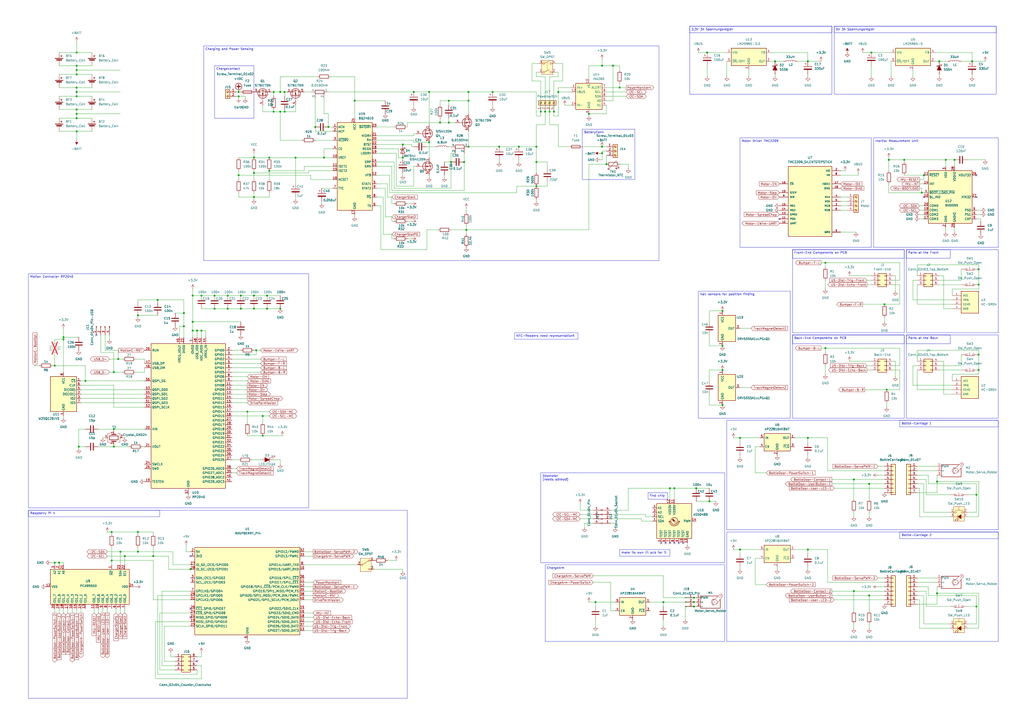
<source format=kicad_sch>
(kicad_sch
	(version 20231120)
	(generator "eeschema")
	(generator_version "8.0")
	(uuid "10e9ed1f-81fe-4a04-a219-cef72219a4ee")
	(paper "A2")
	
	(junction
		(at 429.26 318.77)
		(diameter 0)
		(color 0 0 0 0)
		(uuid "03268f60-248c-430f-9a48-def6cb6c976e")
	)
	(junction
		(at 148.59 203.2)
		(diameter 0)
		(color 0 0 0 0)
		(uuid "04234bed-4ba9-40ef-ac16-7d8ec800186b")
	)
	(junction
		(at 410.21 30.48)
		(diameter 0)
		(color 0 0 0 0)
		(uuid "06870aa4-4c9b-477d-9f05-4ca4de8f6a4d")
	)
	(junction
		(at 147.32 91.44)
		(diameter 0)
		(color 0 0 0 0)
		(uuid "078e93f4-ef9b-4a26-8fc8-7cb6440c9d83")
	)
	(junction
		(at 44.45 50.8)
		(diameter 0)
		(color 0 0 0 0)
		(uuid "083aae67-81c3-4ec2-bf4a-336ec22f72e9")
	)
	(junction
		(at 567.69 156.21)
		(diameter 0)
		(color 0 0 0 0)
		(uuid "0a9bdb1e-9b3a-41f4-835f-eeec191ae320")
	)
	(junction
		(at 138.43 53.34)
		(diameter 0)
		(color 0 0 0 0)
		(uuid "0c36acff-a6fa-4aad-8de9-5a58c137780b")
	)
	(junction
		(at 205.74 58.42)
		(diameter 0)
		(color 0 0 0 0)
		(uuid "0fa84823-55a1-466b-9cc3-bd54f6acb385")
	)
	(junction
		(at 271.78 58.42)
		(diameter 0)
		(color 0 0 0 0)
		(uuid "10394ed1-e91b-4a04-b451-45e5b47def1e")
	)
	(junction
		(at 514.35 226.06)
		(diameter 0)
		(color 0 0 0 0)
		(uuid "1164d9f6-d69f-4765-bfe4-5ec41bb5ffc7")
	)
	(junction
		(at 270.51 133.35)
		(diameter 0)
		(color 0 0 0 0)
		(uuid "1591bc0a-595e-4743-a95b-031ef01c08e6")
	)
	(junction
		(at 248.92 53.34)
		(diameter 0)
		(color 0 0 0 0)
		(uuid "17566795-db7d-438c-a62f-11fa896f09fe")
	)
	(junction
		(at 411.48 290.83)
		(diameter 0)
		(color 0 0 0 0)
		(uuid "1b8fa2c7-fa8e-4998-809b-20561d475fbb")
	)
	(junction
		(at 36.83 195.58)
		(diameter 0)
		(color 0 0 0 0)
		(uuid "21be0d6d-08dd-4c6b-8dde-b3409b7daccd")
	)
	(junction
		(at 91.44 173.99)
		(diameter 0)
		(color 0 0 0 0)
		(uuid "22a4d2dd-f848-4193-8541-955420f6e17d")
	)
	(junction
		(at 313.69 64.77)
		(diameter 0)
		(color 0 0 0 0)
		(uuid "230cd950-b70b-46ae-8da2-7c0fe82a6426")
	)
	(junction
		(at 44.45 68.58)
		(diameter 0)
		(color 0 0 0 0)
		(uuid "2421b6f1-9351-4b09-9d81-3293799c07ca")
	)
	(junction
		(at 543.56 279.4)
		(diameter 0)
		(color 0 0 0 0)
		(uuid "25fc08dd-dbcb-4986-8d99-a9d615e74609")
	)
	(junction
		(at 44.45 30.48)
		(diameter 0)
		(color 0 0 0 0)
		(uuid "265fbd34-c236-4afc-b472-ab5f7b1865f2")
	)
	(junction
		(at 64.77 325.12)
		(diameter 0)
		(color 0 0 0 0)
		(uuid "277e0764-7927-4216-849d-6bc3b8e09a44")
	)
	(junction
		(at 139.7 179.07)
		(diameter 0)
		(color 0 0 0 0)
		(uuid "29426718-41a1-4fab-a69c-de55200420f5")
	)
	(junction
		(at 44.45 43.18)
		(diameter 0)
		(color 0 0 0 0)
		(uuid "29b5096b-a417-4d8d-8959-38c8fd1009d5")
	)
	(junction
		(at 80.01 182.88)
		(diameter 0)
		(color 0 0 0 0)
		(uuid "2d0abeda-aac0-4388-a19d-3bc6f581aa05")
	)
	(junction
		(at 44.45 76.2)
		(diameter 0)
		(color 0 0 0 0)
		(uuid "2d1447b9-e1f8-416e-9e68-2f3a93be7887")
	)
	(junction
		(at 116.84 191.77)
		(diameter 0)
		(color 0 0 0 0)
		(uuid "2e7fad9a-09d7-4161-afc3-42855f89e07f")
	)
	(junction
		(at 187.96 91.44)
		(diameter 0)
		(color 0 0 0 0)
		(uuid "2fb5237e-5a20-44ce-8f36-963c438a2351")
	)
	(junction
		(at 147.32 179.07)
		(diameter 0)
		(color 0 0 0 0)
		(uuid "2fdf82e2-3891-4bd7-be3f-e7514a4bef5c")
	)
	(junction
		(at 311.15 85.09)
		(diameter 0)
		(color 0 0 0 0)
		(uuid "311f4d38-041f-4193-974d-1c83fbb67e88")
	)
	(junction
		(at 124.46 179.07)
		(diameter 0)
		(color 0 0 0 0)
		(uuid "39a70374-4daf-4db7-bf38-bf4c46ca5dc6")
	)
	(junction
		(at 124.46 171.45)
		(diameter 0)
		(color 0 0 0 0)
		(uuid "3c018187-1d9c-4d03-8c02-29d04cab6f36")
	)
	(junction
		(at 88.9 322.58)
		(diameter 0)
		(color 0 0 0 0)
		(uuid "3ee83e4e-3370-4ed8-bcc6-114de62898d7")
	)
	(junction
		(at 349.25 38.1)
		(diameter 0)
		(color 0 0 0 0)
		(uuid "3eea0a00-3e9a-4c07-bf8c-cd1e7c4edf62")
	)
	(junction
		(at 147.32 100.33)
		(diameter 0)
		(color 0 0 0 0)
		(uuid "41cacee7-f5a4-4feb-90d3-5b89c79d1be2")
	)
	(junction
		(at 147.32 171.45)
		(diameter 0)
		(color 0 0 0 0)
		(uuid "451af065-1b1a-4969-88c6-18b12c3eaf4b")
	)
	(junction
		(at 513.08 176.53)
		(diameter 0)
		(color 0 0 0 0)
		(uuid "46e71d5b-0486-4156-82c5-6cd1b8ff00c5")
	)
	(junction
		(at 116.84 171.45)
		(diameter 0)
		(color 0 0 0 0)
		(uuid "470f61d3-5f15-44b3-9be8-d7ad98c6cb59")
	)
	(junction
		(at 419.1 234.95)
		(diameter 0)
		(color 0 0 0 0)
		(uuid "48971dba-eda7-491c-8cff-cff1d10cc4ba")
	)
	(junction
		(at 355.6 38.1)
		(diameter 0)
		(color 0 0 0 0)
		(uuid "4a08adb7-ea48-4326-a6c2-0515fd040642")
	)
	(junction
		(at 311.15 107.95)
		(diameter 0)
		(color 0 0 0 0)
		(uuid "4c87b946-ba01-4b69-b1a9-9e7e6044b062")
	)
	(junction
		(at 31.75 212.09)
		(diameter 0)
		(color 0 0 0 0)
		(uuid "4f324c9b-e82a-4655-af45-70ad70b76b07")
	)
	(junction
		(at 165.1 64.77)
		(diameter 0)
		(color 0 0 0 0)
		(uuid "4f5c7b81-43d6-4512-a1ff-f2767706b81b")
	)
	(junction
		(
... [527825 chars truncated]
</source>
